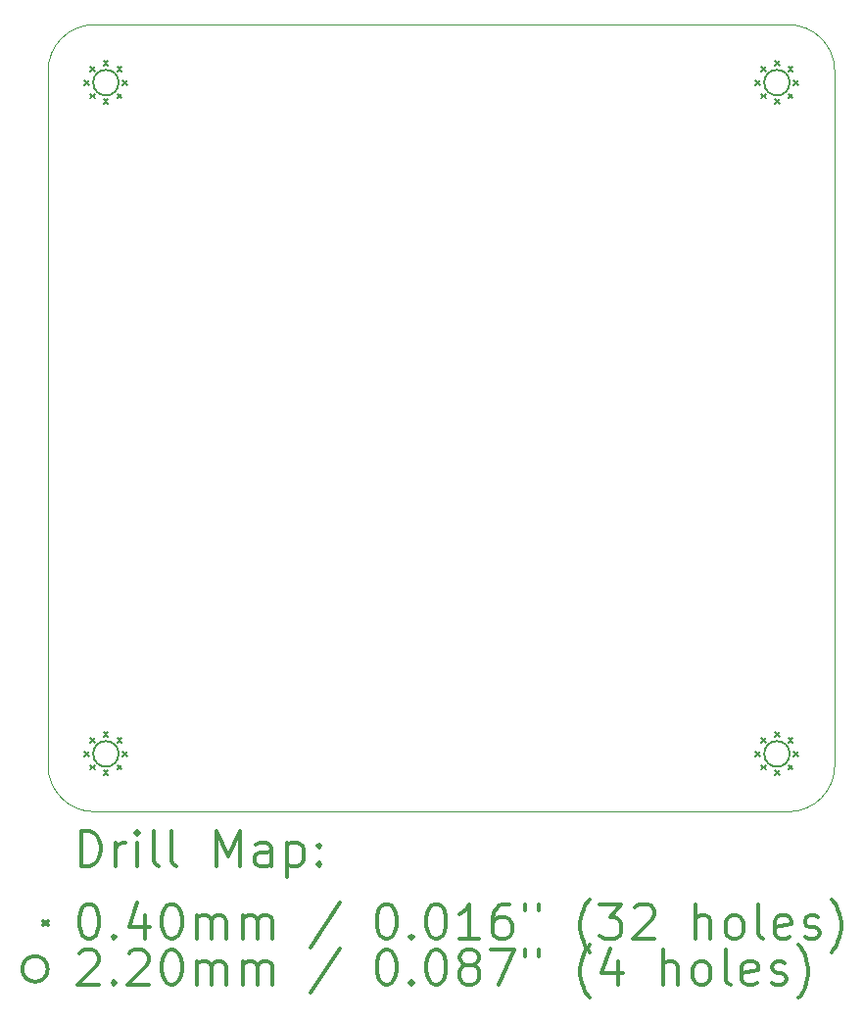
<source format=gbr>
%FSLAX45Y45*%
G04 Gerber Fmt 4.5, Leading zero omitted, Abs format (unit mm)*
G04 Created by KiCad (PCBNEW 5.1.6-1.fc32) date 2020-07-09 20:52:14*
%MOMM*%
%LPD*%
G01*
G04 APERTURE LIST*
%TA.AperFunction,Profile*%
%ADD10C,0.050000*%
%TD*%
%ADD11C,0.200000*%
%ADD12C,0.300000*%
G04 APERTURE END LIST*
D10*
X8500000Y-14900000D02*
X8500000Y-8900000D01*
X14900000Y-15300000D02*
X8900000Y-15300000D01*
X15300000Y-8900000D02*
X15300000Y-14900000D01*
X8900000Y-8500000D02*
X14900000Y-8500000D01*
X8500000Y-8900000D02*
G75*
G02*
X8900000Y-8500000I400000J0D01*
G01*
X8900000Y-15300000D02*
G75*
G02*
X8500000Y-14900000I0J400000D01*
G01*
X15300000Y-14900000D02*
G75*
G02*
X14900000Y-15300000I-400000J0D01*
G01*
X14900000Y-8500000D02*
G75*
G02*
X15300000Y-8900000I0J-400000D01*
G01*
D11*
X9096673Y-9096673D02*
X9136673Y-9136673D01*
X9136673Y-9096673D02*
X9096673Y-9136673D01*
X9145000Y-8980000D02*
X9185000Y-9020000D01*
X9185000Y-8980000D02*
X9145000Y-9020000D01*
X14615000Y-14780000D02*
X14655000Y-14820000D01*
X14655000Y-14780000D02*
X14615000Y-14820000D01*
X14663327Y-14896673D02*
X14703327Y-14936673D01*
X14703327Y-14896673D02*
X14663327Y-14936673D01*
X14615000Y-8980000D02*
X14655000Y-9020000D01*
X14655000Y-8980000D02*
X14615000Y-9020000D01*
X14663327Y-8863327D02*
X14703327Y-8903327D01*
X14703327Y-8863327D02*
X14663327Y-8903327D01*
X14663327Y-9096673D02*
X14703327Y-9136673D01*
X14703327Y-9096673D02*
X14663327Y-9136673D01*
X14780000Y-8815000D02*
X14820000Y-8855000D01*
X14820000Y-8815000D02*
X14780000Y-8855000D01*
X14780000Y-9145000D02*
X14820000Y-9185000D01*
X14820000Y-9145000D02*
X14780000Y-9185000D01*
X14896673Y-8863327D02*
X14936673Y-8903327D01*
X14936673Y-8863327D02*
X14896673Y-8903327D01*
X14896673Y-9096673D02*
X14936673Y-9136673D01*
X14936673Y-9096673D02*
X14896673Y-9136673D01*
X14945000Y-8980000D02*
X14985000Y-9020000D01*
X14985000Y-8980000D02*
X14945000Y-9020000D01*
X8815000Y-14780000D02*
X8855000Y-14820000D01*
X8855000Y-14780000D02*
X8815000Y-14820000D01*
X8863327Y-14663327D02*
X8903327Y-14703327D01*
X8903327Y-14663327D02*
X8863327Y-14703327D01*
X8863327Y-14896673D02*
X8903327Y-14936673D01*
X8903327Y-14896673D02*
X8863327Y-14936673D01*
X8980000Y-14615000D02*
X9020000Y-14655000D01*
X9020000Y-14615000D02*
X8980000Y-14655000D01*
X8980000Y-14945000D02*
X9020000Y-14985000D01*
X9020000Y-14945000D02*
X8980000Y-14985000D01*
X9096673Y-14663327D02*
X9136673Y-14703327D01*
X9136673Y-14663327D02*
X9096673Y-14703327D01*
X9096673Y-14896673D02*
X9136673Y-14936673D01*
X9136673Y-14896673D02*
X9096673Y-14936673D01*
X9145000Y-14780000D02*
X9185000Y-14820000D01*
X9185000Y-14780000D02*
X9145000Y-14820000D01*
X8815000Y-8980000D02*
X8855000Y-9020000D01*
X8855000Y-8980000D02*
X8815000Y-9020000D01*
X8863327Y-8863327D02*
X8903327Y-8903327D01*
X8903327Y-8863327D02*
X8863327Y-8903327D01*
X8863327Y-9096673D02*
X8903327Y-9136673D01*
X8903327Y-9096673D02*
X8863327Y-9136673D01*
X8980000Y-8815000D02*
X9020000Y-8855000D01*
X9020000Y-8815000D02*
X8980000Y-8855000D01*
X8980000Y-9145000D02*
X9020000Y-9185000D01*
X9020000Y-9145000D02*
X8980000Y-9185000D01*
X9096673Y-8863327D02*
X9136673Y-8903327D01*
X9136673Y-8863327D02*
X9096673Y-8903327D01*
X14663327Y-14663327D02*
X14703327Y-14703327D01*
X14703327Y-14663327D02*
X14663327Y-14703327D01*
X14780000Y-14615000D02*
X14820000Y-14655000D01*
X14820000Y-14615000D02*
X14780000Y-14655000D01*
X14780000Y-14945000D02*
X14820000Y-14985000D01*
X14820000Y-14945000D02*
X14780000Y-14985000D01*
X14896673Y-14663327D02*
X14936673Y-14703327D01*
X14936673Y-14663327D02*
X14896673Y-14703327D01*
X14896673Y-14896673D02*
X14936673Y-14936673D01*
X14936673Y-14896673D02*
X14896673Y-14936673D01*
X14945000Y-14780000D02*
X14985000Y-14820000D01*
X14985000Y-14780000D02*
X14945000Y-14820000D01*
X14910000Y-9000000D02*
G75*
G03*
X14910000Y-9000000I-110000J0D01*
G01*
X9110000Y-14800000D02*
G75*
G03*
X9110000Y-14800000I-110000J0D01*
G01*
X9110000Y-9000000D02*
G75*
G03*
X9110000Y-9000000I-110000J0D01*
G01*
X14910000Y-14800000D02*
G75*
G03*
X14910000Y-14800000I-110000J0D01*
G01*
D12*
X8783928Y-15768214D02*
X8783928Y-15468214D01*
X8855357Y-15468214D01*
X8898214Y-15482500D01*
X8926786Y-15511071D01*
X8941071Y-15539643D01*
X8955357Y-15596786D01*
X8955357Y-15639643D01*
X8941071Y-15696786D01*
X8926786Y-15725357D01*
X8898214Y-15753929D01*
X8855357Y-15768214D01*
X8783928Y-15768214D01*
X9083928Y-15768214D02*
X9083928Y-15568214D01*
X9083928Y-15625357D02*
X9098214Y-15596786D01*
X9112500Y-15582500D01*
X9141071Y-15568214D01*
X9169643Y-15568214D01*
X9269643Y-15768214D02*
X9269643Y-15568214D01*
X9269643Y-15468214D02*
X9255357Y-15482500D01*
X9269643Y-15496786D01*
X9283928Y-15482500D01*
X9269643Y-15468214D01*
X9269643Y-15496786D01*
X9455357Y-15768214D02*
X9426786Y-15753929D01*
X9412500Y-15725357D01*
X9412500Y-15468214D01*
X9612500Y-15768214D02*
X9583928Y-15753929D01*
X9569643Y-15725357D01*
X9569643Y-15468214D01*
X9955357Y-15768214D02*
X9955357Y-15468214D01*
X10055357Y-15682500D01*
X10155357Y-15468214D01*
X10155357Y-15768214D01*
X10426786Y-15768214D02*
X10426786Y-15611071D01*
X10412500Y-15582500D01*
X10383928Y-15568214D01*
X10326786Y-15568214D01*
X10298214Y-15582500D01*
X10426786Y-15753929D02*
X10398214Y-15768214D01*
X10326786Y-15768214D01*
X10298214Y-15753929D01*
X10283928Y-15725357D01*
X10283928Y-15696786D01*
X10298214Y-15668214D01*
X10326786Y-15653929D01*
X10398214Y-15653929D01*
X10426786Y-15639643D01*
X10569643Y-15568214D02*
X10569643Y-15868214D01*
X10569643Y-15582500D02*
X10598214Y-15568214D01*
X10655357Y-15568214D01*
X10683928Y-15582500D01*
X10698214Y-15596786D01*
X10712500Y-15625357D01*
X10712500Y-15711071D01*
X10698214Y-15739643D01*
X10683928Y-15753929D01*
X10655357Y-15768214D01*
X10598214Y-15768214D01*
X10569643Y-15753929D01*
X10841071Y-15739643D02*
X10855357Y-15753929D01*
X10841071Y-15768214D01*
X10826786Y-15753929D01*
X10841071Y-15739643D01*
X10841071Y-15768214D01*
X10841071Y-15582500D02*
X10855357Y-15596786D01*
X10841071Y-15611071D01*
X10826786Y-15596786D01*
X10841071Y-15582500D01*
X10841071Y-15611071D01*
X8457500Y-16242500D02*
X8497500Y-16282500D01*
X8497500Y-16242500D02*
X8457500Y-16282500D01*
X8841071Y-16098214D02*
X8869643Y-16098214D01*
X8898214Y-16112500D01*
X8912500Y-16126786D01*
X8926786Y-16155357D01*
X8941071Y-16212500D01*
X8941071Y-16283929D01*
X8926786Y-16341071D01*
X8912500Y-16369643D01*
X8898214Y-16383929D01*
X8869643Y-16398214D01*
X8841071Y-16398214D01*
X8812500Y-16383929D01*
X8798214Y-16369643D01*
X8783928Y-16341071D01*
X8769643Y-16283929D01*
X8769643Y-16212500D01*
X8783928Y-16155357D01*
X8798214Y-16126786D01*
X8812500Y-16112500D01*
X8841071Y-16098214D01*
X9069643Y-16369643D02*
X9083928Y-16383929D01*
X9069643Y-16398214D01*
X9055357Y-16383929D01*
X9069643Y-16369643D01*
X9069643Y-16398214D01*
X9341071Y-16198214D02*
X9341071Y-16398214D01*
X9269643Y-16083929D02*
X9198214Y-16298214D01*
X9383928Y-16298214D01*
X9555357Y-16098214D02*
X9583928Y-16098214D01*
X9612500Y-16112500D01*
X9626786Y-16126786D01*
X9641071Y-16155357D01*
X9655357Y-16212500D01*
X9655357Y-16283929D01*
X9641071Y-16341071D01*
X9626786Y-16369643D01*
X9612500Y-16383929D01*
X9583928Y-16398214D01*
X9555357Y-16398214D01*
X9526786Y-16383929D01*
X9512500Y-16369643D01*
X9498214Y-16341071D01*
X9483928Y-16283929D01*
X9483928Y-16212500D01*
X9498214Y-16155357D01*
X9512500Y-16126786D01*
X9526786Y-16112500D01*
X9555357Y-16098214D01*
X9783928Y-16398214D02*
X9783928Y-16198214D01*
X9783928Y-16226786D02*
X9798214Y-16212500D01*
X9826786Y-16198214D01*
X9869643Y-16198214D01*
X9898214Y-16212500D01*
X9912500Y-16241071D01*
X9912500Y-16398214D01*
X9912500Y-16241071D02*
X9926786Y-16212500D01*
X9955357Y-16198214D01*
X9998214Y-16198214D01*
X10026786Y-16212500D01*
X10041071Y-16241071D01*
X10041071Y-16398214D01*
X10183928Y-16398214D02*
X10183928Y-16198214D01*
X10183928Y-16226786D02*
X10198214Y-16212500D01*
X10226786Y-16198214D01*
X10269643Y-16198214D01*
X10298214Y-16212500D01*
X10312500Y-16241071D01*
X10312500Y-16398214D01*
X10312500Y-16241071D02*
X10326786Y-16212500D01*
X10355357Y-16198214D01*
X10398214Y-16198214D01*
X10426786Y-16212500D01*
X10441071Y-16241071D01*
X10441071Y-16398214D01*
X11026786Y-16083929D02*
X10769643Y-16469643D01*
X11412500Y-16098214D02*
X11441071Y-16098214D01*
X11469643Y-16112500D01*
X11483928Y-16126786D01*
X11498214Y-16155357D01*
X11512500Y-16212500D01*
X11512500Y-16283929D01*
X11498214Y-16341071D01*
X11483928Y-16369643D01*
X11469643Y-16383929D01*
X11441071Y-16398214D01*
X11412500Y-16398214D01*
X11383928Y-16383929D01*
X11369643Y-16369643D01*
X11355357Y-16341071D01*
X11341071Y-16283929D01*
X11341071Y-16212500D01*
X11355357Y-16155357D01*
X11369643Y-16126786D01*
X11383928Y-16112500D01*
X11412500Y-16098214D01*
X11641071Y-16369643D02*
X11655357Y-16383929D01*
X11641071Y-16398214D01*
X11626786Y-16383929D01*
X11641071Y-16369643D01*
X11641071Y-16398214D01*
X11841071Y-16098214D02*
X11869643Y-16098214D01*
X11898214Y-16112500D01*
X11912500Y-16126786D01*
X11926786Y-16155357D01*
X11941071Y-16212500D01*
X11941071Y-16283929D01*
X11926786Y-16341071D01*
X11912500Y-16369643D01*
X11898214Y-16383929D01*
X11869643Y-16398214D01*
X11841071Y-16398214D01*
X11812500Y-16383929D01*
X11798214Y-16369643D01*
X11783928Y-16341071D01*
X11769643Y-16283929D01*
X11769643Y-16212500D01*
X11783928Y-16155357D01*
X11798214Y-16126786D01*
X11812500Y-16112500D01*
X11841071Y-16098214D01*
X12226786Y-16398214D02*
X12055357Y-16398214D01*
X12141071Y-16398214D02*
X12141071Y-16098214D01*
X12112500Y-16141071D01*
X12083928Y-16169643D01*
X12055357Y-16183929D01*
X12483928Y-16098214D02*
X12426786Y-16098214D01*
X12398214Y-16112500D01*
X12383928Y-16126786D01*
X12355357Y-16169643D01*
X12341071Y-16226786D01*
X12341071Y-16341071D01*
X12355357Y-16369643D01*
X12369643Y-16383929D01*
X12398214Y-16398214D01*
X12455357Y-16398214D01*
X12483928Y-16383929D01*
X12498214Y-16369643D01*
X12512500Y-16341071D01*
X12512500Y-16269643D01*
X12498214Y-16241071D01*
X12483928Y-16226786D01*
X12455357Y-16212500D01*
X12398214Y-16212500D01*
X12369643Y-16226786D01*
X12355357Y-16241071D01*
X12341071Y-16269643D01*
X12626786Y-16098214D02*
X12626786Y-16155357D01*
X12741071Y-16098214D02*
X12741071Y-16155357D01*
X13183928Y-16512500D02*
X13169643Y-16498214D01*
X13141071Y-16455357D01*
X13126786Y-16426786D01*
X13112500Y-16383929D01*
X13098214Y-16312500D01*
X13098214Y-16255357D01*
X13112500Y-16183929D01*
X13126786Y-16141071D01*
X13141071Y-16112500D01*
X13169643Y-16069643D01*
X13183928Y-16055357D01*
X13269643Y-16098214D02*
X13455357Y-16098214D01*
X13355357Y-16212500D01*
X13398214Y-16212500D01*
X13426786Y-16226786D01*
X13441071Y-16241071D01*
X13455357Y-16269643D01*
X13455357Y-16341071D01*
X13441071Y-16369643D01*
X13426786Y-16383929D01*
X13398214Y-16398214D01*
X13312500Y-16398214D01*
X13283928Y-16383929D01*
X13269643Y-16369643D01*
X13569643Y-16126786D02*
X13583928Y-16112500D01*
X13612500Y-16098214D01*
X13683928Y-16098214D01*
X13712500Y-16112500D01*
X13726786Y-16126786D01*
X13741071Y-16155357D01*
X13741071Y-16183929D01*
X13726786Y-16226786D01*
X13555357Y-16398214D01*
X13741071Y-16398214D01*
X14098214Y-16398214D02*
X14098214Y-16098214D01*
X14226786Y-16398214D02*
X14226786Y-16241071D01*
X14212500Y-16212500D01*
X14183928Y-16198214D01*
X14141071Y-16198214D01*
X14112500Y-16212500D01*
X14098214Y-16226786D01*
X14412500Y-16398214D02*
X14383928Y-16383929D01*
X14369643Y-16369643D01*
X14355357Y-16341071D01*
X14355357Y-16255357D01*
X14369643Y-16226786D01*
X14383928Y-16212500D01*
X14412500Y-16198214D01*
X14455357Y-16198214D01*
X14483928Y-16212500D01*
X14498214Y-16226786D01*
X14512500Y-16255357D01*
X14512500Y-16341071D01*
X14498214Y-16369643D01*
X14483928Y-16383929D01*
X14455357Y-16398214D01*
X14412500Y-16398214D01*
X14683928Y-16398214D02*
X14655357Y-16383929D01*
X14641071Y-16355357D01*
X14641071Y-16098214D01*
X14912500Y-16383929D02*
X14883928Y-16398214D01*
X14826786Y-16398214D01*
X14798214Y-16383929D01*
X14783928Y-16355357D01*
X14783928Y-16241071D01*
X14798214Y-16212500D01*
X14826786Y-16198214D01*
X14883928Y-16198214D01*
X14912500Y-16212500D01*
X14926786Y-16241071D01*
X14926786Y-16269643D01*
X14783928Y-16298214D01*
X15041071Y-16383929D02*
X15069643Y-16398214D01*
X15126786Y-16398214D01*
X15155357Y-16383929D01*
X15169643Y-16355357D01*
X15169643Y-16341071D01*
X15155357Y-16312500D01*
X15126786Y-16298214D01*
X15083928Y-16298214D01*
X15055357Y-16283929D01*
X15041071Y-16255357D01*
X15041071Y-16241071D01*
X15055357Y-16212500D01*
X15083928Y-16198214D01*
X15126786Y-16198214D01*
X15155357Y-16212500D01*
X15269643Y-16512500D02*
X15283928Y-16498214D01*
X15312500Y-16455357D01*
X15326786Y-16426786D01*
X15341071Y-16383929D01*
X15355357Y-16312500D01*
X15355357Y-16255357D01*
X15341071Y-16183929D01*
X15326786Y-16141071D01*
X15312500Y-16112500D01*
X15283928Y-16069643D01*
X15269643Y-16055357D01*
X8497500Y-16658500D02*
G75*
G03*
X8497500Y-16658500I-110000J0D01*
G01*
X8769643Y-16522786D02*
X8783928Y-16508500D01*
X8812500Y-16494214D01*
X8883928Y-16494214D01*
X8912500Y-16508500D01*
X8926786Y-16522786D01*
X8941071Y-16551357D01*
X8941071Y-16579929D01*
X8926786Y-16622786D01*
X8755357Y-16794214D01*
X8941071Y-16794214D01*
X9069643Y-16765643D02*
X9083928Y-16779929D01*
X9069643Y-16794214D01*
X9055357Y-16779929D01*
X9069643Y-16765643D01*
X9069643Y-16794214D01*
X9198214Y-16522786D02*
X9212500Y-16508500D01*
X9241071Y-16494214D01*
X9312500Y-16494214D01*
X9341071Y-16508500D01*
X9355357Y-16522786D01*
X9369643Y-16551357D01*
X9369643Y-16579929D01*
X9355357Y-16622786D01*
X9183928Y-16794214D01*
X9369643Y-16794214D01*
X9555357Y-16494214D02*
X9583928Y-16494214D01*
X9612500Y-16508500D01*
X9626786Y-16522786D01*
X9641071Y-16551357D01*
X9655357Y-16608500D01*
X9655357Y-16679929D01*
X9641071Y-16737071D01*
X9626786Y-16765643D01*
X9612500Y-16779929D01*
X9583928Y-16794214D01*
X9555357Y-16794214D01*
X9526786Y-16779929D01*
X9512500Y-16765643D01*
X9498214Y-16737071D01*
X9483928Y-16679929D01*
X9483928Y-16608500D01*
X9498214Y-16551357D01*
X9512500Y-16522786D01*
X9526786Y-16508500D01*
X9555357Y-16494214D01*
X9783928Y-16794214D02*
X9783928Y-16594214D01*
X9783928Y-16622786D02*
X9798214Y-16608500D01*
X9826786Y-16594214D01*
X9869643Y-16594214D01*
X9898214Y-16608500D01*
X9912500Y-16637071D01*
X9912500Y-16794214D01*
X9912500Y-16637071D02*
X9926786Y-16608500D01*
X9955357Y-16594214D01*
X9998214Y-16594214D01*
X10026786Y-16608500D01*
X10041071Y-16637071D01*
X10041071Y-16794214D01*
X10183928Y-16794214D02*
X10183928Y-16594214D01*
X10183928Y-16622786D02*
X10198214Y-16608500D01*
X10226786Y-16594214D01*
X10269643Y-16594214D01*
X10298214Y-16608500D01*
X10312500Y-16637071D01*
X10312500Y-16794214D01*
X10312500Y-16637071D02*
X10326786Y-16608500D01*
X10355357Y-16594214D01*
X10398214Y-16594214D01*
X10426786Y-16608500D01*
X10441071Y-16637071D01*
X10441071Y-16794214D01*
X11026786Y-16479929D02*
X10769643Y-16865643D01*
X11412500Y-16494214D02*
X11441071Y-16494214D01*
X11469643Y-16508500D01*
X11483928Y-16522786D01*
X11498214Y-16551357D01*
X11512500Y-16608500D01*
X11512500Y-16679929D01*
X11498214Y-16737071D01*
X11483928Y-16765643D01*
X11469643Y-16779929D01*
X11441071Y-16794214D01*
X11412500Y-16794214D01*
X11383928Y-16779929D01*
X11369643Y-16765643D01*
X11355357Y-16737071D01*
X11341071Y-16679929D01*
X11341071Y-16608500D01*
X11355357Y-16551357D01*
X11369643Y-16522786D01*
X11383928Y-16508500D01*
X11412500Y-16494214D01*
X11641071Y-16765643D02*
X11655357Y-16779929D01*
X11641071Y-16794214D01*
X11626786Y-16779929D01*
X11641071Y-16765643D01*
X11641071Y-16794214D01*
X11841071Y-16494214D02*
X11869643Y-16494214D01*
X11898214Y-16508500D01*
X11912500Y-16522786D01*
X11926786Y-16551357D01*
X11941071Y-16608500D01*
X11941071Y-16679929D01*
X11926786Y-16737071D01*
X11912500Y-16765643D01*
X11898214Y-16779929D01*
X11869643Y-16794214D01*
X11841071Y-16794214D01*
X11812500Y-16779929D01*
X11798214Y-16765643D01*
X11783928Y-16737071D01*
X11769643Y-16679929D01*
X11769643Y-16608500D01*
X11783928Y-16551357D01*
X11798214Y-16522786D01*
X11812500Y-16508500D01*
X11841071Y-16494214D01*
X12112500Y-16622786D02*
X12083928Y-16608500D01*
X12069643Y-16594214D01*
X12055357Y-16565643D01*
X12055357Y-16551357D01*
X12069643Y-16522786D01*
X12083928Y-16508500D01*
X12112500Y-16494214D01*
X12169643Y-16494214D01*
X12198214Y-16508500D01*
X12212500Y-16522786D01*
X12226786Y-16551357D01*
X12226786Y-16565643D01*
X12212500Y-16594214D01*
X12198214Y-16608500D01*
X12169643Y-16622786D01*
X12112500Y-16622786D01*
X12083928Y-16637071D01*
X12069643Y-16651357D01*
X12055357Y-16679929D01*
X12055357Y-16737071D01*
X12069643Y-16765643D01*
X12083928Y-16779929D01*
X12112500Y-16794214D01*
X12169643Y-16794214D01*
X12198214Y-16779929D01*
X12212500Y-16765643D01*
X12226786Y-16737071D01*
X12226786Y-16679929D01*
X12212500Y-16651357D01*
X12198214Y-16637071D01*
X12169643Y-16622786D01*
X12326786Y-16494214D02*
X12526786Y-16494214D01*
X12398214Y-16794214D01*
X12626786Y-16494214D02*
X12626786Y-16551357D01*
X12741071Y-16494214D02*
X12741071Y-16551357D01*
X13183928Y-16908500D02*
X13169643Y-16894214D01*
X13141071Y-16851357D01*
X13126786Y-16822786D01*
X13112500Y-16779929D01*
X13098214Y-16708500D01*
X13098214Y-16651357D01*
X13112500Y-16579929D01*
X13126786Y-16537071D01*
X13141071Y-16508500D01*
X13169643Y-16465643D01*
X13183928Y-16451357D01*
X13426786Y-16594214D02*
X13426786Y-16794214D01*
X13355357Y-16479929D02*
X13283928Y-16694214D01*
X13469643Y-16694214D01*
X13812500Y-16794214D02*
X13812500Y-16494214D01*
X13941071Y-16794214D02*
X13941071Y-16637071D01*
X13926786Y-16608500D01*
X13898214Y-16594214D01*
X13855357Y-16594214D01*
X13826786Y-16608500D01*
X13812500Y-16622786D01*
X14126786Y-16794214D02*
X14098214Y-16779929D01*
X14083928Y-16765643D01*
X14069643Y-16737071D01*
X14069643Y-16651357D01*
X14083928Y-16622786D01*
X14098214Y-16608500D01*
X14126786Y-16594214D01*
X14169643Y-16594214D01*
X14198214Y-16608500D01*
X14212500Y-16622786D01*
X14226786Y-16651357D01*
X14226786Y-16737071D01*
X14212500Y-16765643D01*
X14198214Y-16779929D01*
X14169643Y-16794214D01*
X14126786Y-16794214D01*
X14398214Y-16794214D02*
X14369643Y-16779929D01*
X14355357Y-16751357D01*
X14355357Y-16494214D01*
X14626786Y-16779929D02*
X14598214Y-16794214D01*
X14541071Y-16794214D01*
X14512500Y-16779929D01*
X14498214Y-16751357D01*
X14498214Y-16637071D01*
X14512500Y-16608500D01*
X14541071Y-16594214D01*
X14598214Y-16594214D01*
X14626786Y-16608500D01*
X14641071Y-16637071D01*
X14641071Y-16665643D01*
X14498214Y-16694214D01*
X14755357Y-16779929D02*
X14783928Y-16794214D01*
X14841071Y-16794214D01*
X14869643Y-16779929D01*
X14883928Y-16751357D01*
X14883928Y-16737071D01*
X14869643Y-16708500D01*
X14841071Y-16694214D01*
X14798214Y-16694214D01*
X14769643Y-16679929D01*
X14755357Y-16651357D01*
X14755357Y-16637071D01*
X14769643Y-16608500D01*
X14798214Y-16594214D01*
X14841071Y-16594214D01*
X14869643Y-16608500D01*
X14983928Y-16908500D02*
X14998214Y-16894214D01*
X15026786Y-16851357D01*
X15041071Y-16822786D01*
X15055357Y-16779929D01*
X15069643Y-16708500D01*
X15069643Y-16651357D01*
X15055357Y-16579929D01*
X15041071Y-16537071D01*
X15026786Y-16508500D01*
X14998214Y-16465643D01*
X14983928Y-16451357D01*
M02*

</source>
